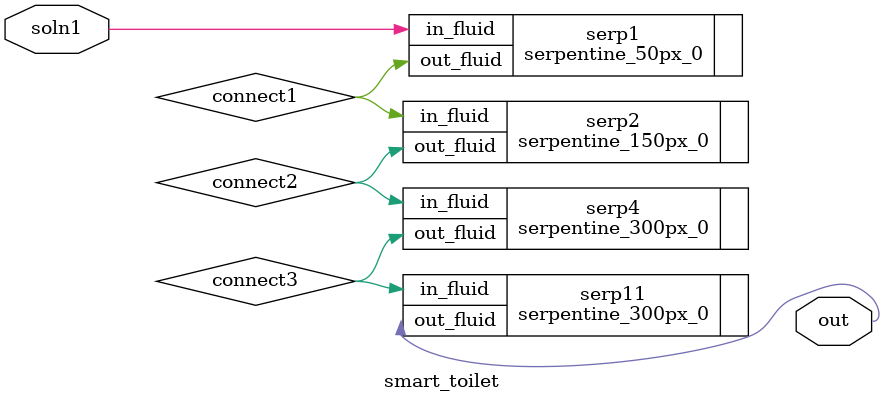
<source format=v>
module smart_toilet (
    soln1,
    //soln2,
    //soln3,
    out
);

input   soln1; 
//, soln2, soln3;
output  out;

// connect0,  

wire    connect1,  connect2,  connect3;
//,  connect4,  connect5,  connect6,  connect7;
//,  connect8,  connect9,
//        connect10, connect11, connect12;

// serpentine_25px_0   serp0   (.in_fluid(soln1), .out_fluid(connect0));

serpentine_50px_0   serp1   (.in_fluid(soln1), .out_fluid(connect1));
serpentine_150px_0  serp2   (.in_fluid(connect1), .out_fluid(connect2));

//diffmix_25px_0      mix0    (.a_fluid(soln1), .b_fluid(connect2), .out_fluid(connect3));

//serpentine_300px_0  serp3   (.in_fluid(soln3), .out_fluid(connect4));
serpentine_300px_0  serp4   (.in_fluid(connect2), .out_fluid(connect3));
//serpentine_300px_0  serp5   (.in_fluid(connect3), .out_fluid(connect4));
//serpentine_300px_0  serp6   (.in_fluid(connect4), .out_fluid(connect5));
// serpentine_300px_0  serp7   (.in_fluid(connect8), .out_fluid(connect9));
// serpentine_300px_0  serp8   (.in_fluid(connect9), .out_fluid(connect10));
// serpentine_300px_0  serp9   (.in_fluid(connect10), .out_fluid(connect11));
// serpentine_300px_0  serp10  (.in_fluid(connect11), .out_fluid(connect12));

//diffmix_25px_0      mix1    (.a_fluid(connect3), .b_fluid(connect6), .out_fluid(connect7));

serpentine_300px_0  serp11  (.in_fluid(connect3), .out_fluid(out));

endmodule

</source>
